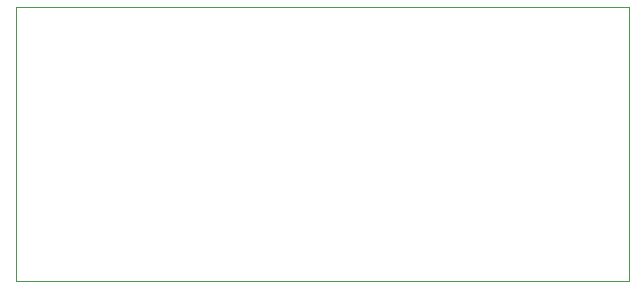
<source format=gbr>
%TF.GenerationSoftware,KiCad,Pcbnew,8.0.6-8.0.6-0~ubuntu24.04.1*%
%TF.CreationDate,2025-04-17T00:26:18-04:00*%
%TF.ProjectId,super-mini-mesh-kicad,73757065-722d-46d6-996e-692d6d657368,rev?*%
%TF.SameCoordinates,Original*%
%TF.FileFunction,Profile,NP*%
%FSLAX46Y46*%
G04 Gerber Fmt 4.6, Leading zero omitted, Abs format (unit mm)*
G04 Created by KiCad (PCBNEW 8.0.6-8.0.6-0~ubuntu24.04.1) date 2025-04-17 00:26:18*
%MOMM*%
%LPD*%
G01*
G04 APERTURE LIST*
%TA.AperFunction,Profile*%
%ADD10C,0.050000*%
%TD*%
G04 APERTURE END LIST*
D10*
X59400000Y-24100000D02*
X111300000Y-24100000D01*
X111300000Y-47300000D01*
X59400000Y-47300000D01*
X59400000Y-24100000D01*
M02*

</source>
